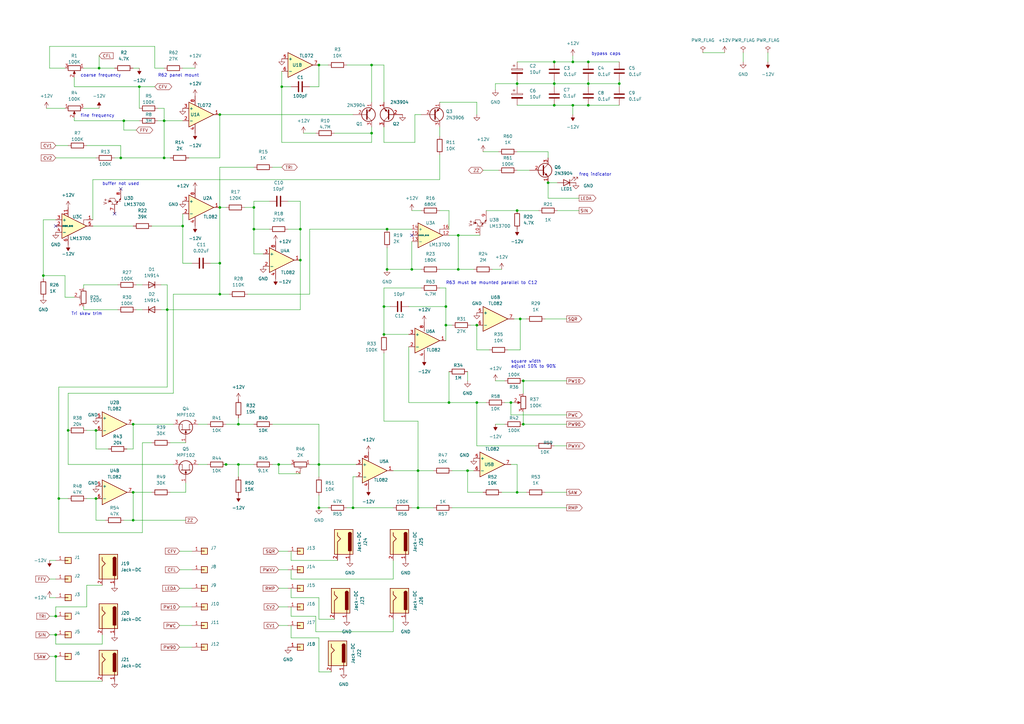
<source format=kicad_sch>
(kicad_sch (version 20211123) (generator eeschema)
  (paper "A3")
  (junction (at 92.71 190.5))
  (junction (at 187.96 110.49))
  (junction (at 50.8 49.53))
  (junction (at 214.63 156.21))
  (junction (at 17.78 113.03))
  (junction (at 227.33 43.18))
  (junction (at 97.79 190.5))
  (junction (at 90.17 120.65))
  (junction (at 234.95 25.4))
  (junction (at 182.88 125.73))
  (junction (at 104.14 85.09))
  (junction (at 57.15 35.56))
  (junction (at 171.45 193.04))
  (junction (at 227.33 34.29))
  (junction (at 90.17 85.09))
  (junction (at 40.64 27.94))
  (junction (at 67.31 49.53))
  (junction (at 68.58 127))
  (junction (at 213.36 130.81))
  (junction (at 39.37 176.53))
  (junction (at 104.14 93.98))
  (junction (at 195.58 133.35))
  (junction (at 22.86 260.35))
  (junction (at 22.86 252.73))
  (junction (at 187.96 96.52))
  (junction (at 168.91 110.49))
  (junction (at 130.81 208.28))
  (junction (at 158.75 93.98))
  (junction (at 144.78 208.28))
  (junction (at 158.75 110.49))
  (junction (at 191.77 193.04))
  (junction (at 254 34.29))
  (junction (at 54.61 201.93))
  (junction (at 214.63 173.99))
  (junction (at 90.17 46.99))
  (junction (at 152.4 26.67))
  (junction (at 22.86 269.24))
  (junction (at 195.58 165.1))
  (junction (at 157.48 137.16))
  (junction (at 157.48 125.73))
  (junction (at 227.33 25.4))
  (junction (at 184.15 165.1))
  (junction (at 182.88 133.35))
  (junction (at 241.3 43.18))
  (junction (at 27.94 176.53))
  (junction (at 130.81 190.5))
  (junction (at 209.55 165.1))
  (junction (at 212.09 201.93))
  (junction (at 130.81 26.67))
  (junction (at 74.93 92.71))
  (junction (at 212.09 86.36))
  (junction (at 97.79 173.99))
  (junction (at 123.19 106.68))
  (junction (at 115.57 35.56))
  (junction (at 24.13 204.47))
  (junction (at 67.31 64.77))
  (junction (at 54.61 173.99))
  (junction (at 241.3 25.4))
  (junction (at 241.3 34.29))
  (junction (at 212.09 34.29))
  (junction (at 171.45 208.28))
  (junction (at 39.37 204.47))
  (junction (at 224.79 74.93))
  (junction (at 152.4 54.61))
  (junction (at 49.53 64.77))
  (junction (at 90.17 107.95))
  (junction (at 234.95 43.18))
  (junction (at 114.3 190.5))
  (junction (at 123.19 93.98))
  (junction (at 54.61 213.36))
  (no_connect (at 168.91 96.52))
  (no_connect (at 46.99 87.63))
  (no_connect (at 49.53 77.47))
  (no_connect (at 22.86 92.71))
  (wire (pts (xy 142.24 26.67) (xy 152.4 26.67)))
  (wire (pts (xy 35.56 240.03) (xy 41.91 240.03)))
  (wire (pts (xy 195.58 165.1) (xy 195.58 182.88)))
  (wire (pts (xy 224.79 74.93) (xy 228.6 74.93)))
  (wire (pts (xy 17.78 114.3) (xy 17.78 113.03)))
  (wire (pts (xy 30.48 48.26) (xy 30.48 49.53)))
  (wire (pts (xy 180.34 86.36) (xy 184.15 86.36)))
  (wire (pts (xy 227.33 25.4) (xy 234.95 25.4)))
  (wire (pts (xy 90.17 85.09) (xy 90.17 107.95)))
  (wire (pts (xy 39.37 184.15) (xy 44.45 184.15)))
  (wire (pts (xy 191.77 156.21) (xy 191.77 152.4)))
  (wire (pts (xy 20.32 229.87) (xy 22.86 229.87)))
  (wire (pts (xy 115.57 35.56) (xy 115.57 58.42)))
  (wire (pts (xy 49.53 64.77) (xy 67.31 64.77)))
  (wire (pts (xy 24.13 204.47) (xy 24.13 158.75)))
  (wire (pts (xy 234.95 43.18) (xy 241.3 43.18)))
  (wire (pts (xy 152.4 26.67) (xy 157.48 26.67)))
  (wire (pts (xy 195.58 182.88) (xy 219.71 182.88)))
  (wire (pts (xy 27.94 190.5) (xy 27.94 176.53)))
  (wire (pts (xy 97.79 173.99) (xy 104.14 173.99)))
  (wire (pts (xy 152.4 52.07) (xy 152.4 54.61)))
  (wire (pts (xy 26.67 27.94) (xy 20.32 27.94)))
  (wire (pts (xy 104.14 93.98) (xy 104.14 85.09)))
  (wire (pts (xy 119.38 261.62) (xy 130.81 261.62)))
  (wire (pts (xy 114.3 241.3) (xy 118.11 241.3)))
  (wire (pts (xy 171.45 208.28) (xy 177.8 208.28)))
  (wire (pts (xy 118.11 93.98) (xy 123.19 93.98)))
  (wire (pts (xy 17.78 113.03) (xy 26.67 113.03)))
  (wire (pts (xy 224.79 81.28) (xy 237.49 81.28)))
  (wire (pts (xy 170.18 58.42) (xy 170.18 46.99)))
  (wire (pts (xy 17.78 113.03) (xy 17.78 90.17)))
  (wire (pts (xy 119.38 237.49) (xy 161.29 237.49)))
  (wire (pts (xy 184.15 165.1) (xy 195.58 165.1)))
  (wire (pts (xy 46.99 64.77) (xy 49.53 64.77)))
  (wire (pts (xy 209.55 165.1) (xy 209.55 170.18)))
  (wire (pts (xy 114.3 248.92) (xy 118.11 248.92)))
  (wire (pts (xy 171.45 208.28) (xy 171.45 193.04)))
  (wire (pts (xy 68.58 158.75) (xy 68.58 127)))
  (wire (pts (xy 168.91 110.49) (xy 158.75 110.49)))
  (wire (pts (xy 234.95 25.4) (xy 241.3 25.4)))
  (wire (pts (xy 22.86 260.35) (xy 22.86 264.16)))
  (wire (pts (xy 55.88 53.34) (xy 50.8 53.34)))
  (wire (pts (xy 288.29 21.59) (xy 297.18 21.59)))
  (wire (pts (xy 203.2 36.83) (xy 203.2 34.29)))
  (wire (pts (xy 38.1 90.17) (xy 38.1 73.66)))
  (wire (pts (xy 130.81 195.58) (xy 130.81 190.5)))
  (wire (pts (xy 50.8 53.34) (xy 50.8 49.53)))
  (wire (pts (xy 185.42 208.28) (xy 232.41 208.28)))
  (wire (pts (xy 26.67 121.92) (xy 30.48 121.92)))
  (wire (pts (xy 157.48 137.16) (xy 157.48 125.73)))
  (wire (pts (xy 130.81 261.62) (xy 130.81 275.59)))
  (wire (pts (xy 54.61 27.94) (xy 57.15 27.94)))
  (wire (pts (xy 185.42 193.04) (xy 191.77 193.04)))
  (wire (pts (xy 73.66 265.43) (xy 78.74 265.43)))
  (wire (pts (xy 182.88 133.35) (xy 185.42 133.35)))
  (wire (pts (xy 130.81 203.2) (xy 130.81 208.28)))
  (wire (pts (xy 130.81 245.11) (xy 130.81 254)))
  (wire (pts (xy 208.28 143.51) (xy 213.36 143.51)))
  (wire (pts (xy 187.96 110.49) (xy 194.31 110.49)))
  (wire (pts (xy 104.14 85.09) (xy 104.14 82.55)))
  (wire (pts (xy 90.17 85.09) (xy 90.17 68.58)))
  (wire (pts (xy 91.44 190.5) (xy 92.71 190.5)))
  (wire (pts (xy 20.32 260.35) (xy 22.86 260.35)))
  (wire (pts (xy 129.54 252.73) (xy 129.54 259.08)))
  (wire (pts (xy 41.91 264.16) (xy 41.91 260.35)))
  (wire (pts (xy 19.05 44.45) (xy 26.67 44.45)))
  (wire (pts (xy 191.77 193.04) (xy 191.77 201.93)))
  (wire (pts (xy 168.91 110.49) (xy 172.72 110.49)))
  (wire (pts (xy 167.64 125.73) (xy 182.88 125.73)))
  (wire (pts (xy 62.23 181.61) (xy 58.42 181.61)))
  (wire (pts (xy 304.8 21.59) (xy 304.8 25.4)))
  (wire (pts (xy 115.57 29.21) (xy 115.57 35.56)))
  (wire (pts (xy 34.29 116.84) (xy 48.26 116.84)))
  (wire (pts (xy 234.95 22.86) (xy 234.95 25.4)))
  (wire (pts (xy 114.3 190.5) (xy 114.3 194.31)))
  (wire (pts (xy 171.45 193.04) (xy 171.45 172.72)))
  (wire (pts (xy 35.56 204.47) (xy 39.37 204.47)))
  (wire (pts (xy 212.09 201.93) (xy 212.09 190.5)))
  (wire (pts (xy 54.61 201.93) (xy 62.23 201.93)))
  (wire (pts (xy 130.81 35.56) (xy 127 35.56)))
  (wire (pts (xy 81.28 190.5) (xy 85.09 190.5)))
  (wire (pts (xy 74.93 27.94) (xy 80.01 27.94)))
  (wire (pts (xy 212.09 34.29) (xy 212.09 35.56)))
  (wire (pts (xy 212.09 201.93) (xy 215.9 201.93)))
  (wire (pts (xy 90.17 107.95) (xy 90.17 120.65)))
  (wire (pts (xy 35.56 59.69) (xy 49.53 59.69)))
  (wire (pts (xy 90.17 68.58) (xy 104.14 68.58)))
  (wire (pts (xy 67.31 49.53) (xy 74.93 49.53)))
  (wire (pts (xy 171.45 193.04) (xy 161.29 193.04)))
  (wire (pts (xy 54.61 213.36) (xy 50.8 213.36)))
  (wire (pts (xy 50.8 49.53) (xy 57.15 49.53)))
  (wire (pts (xy 111.76 190.5) (xy 114.3 190.5)))
  (wire (pts (xy 212.09 69.85) (xy 217.17 69.85)))
  (wire (pts (xy 67.31 64.77) (xy 69.85 64.77)))
  (wire (pts (xy 130.81 173.99) (xy 111.76 173.99)))
  (wire (pts (xy 180.34 118.11) (xy 182.88 118.11)))
  (wire (pts (xy 199.39 86.36) (xy 212.09 86.36)))
  (wire (pts (xy 74.93 107.95) (xy 78.74 107.95)))
  (wire (pts (xy 30.48 49.53) (xy 50.8 49.53)))
  (wire (pts (xy 254 33.02) (xy 254 34.29)))
  (wire (pts (xy 55.88 127) (xy 58.42 127)))
  (wire (pts (xy 193.04 133.35) (xy 195.58 133.35)))
  (wire (pts (xy 39.37 213.36) (xy 43.18 213.36)))
  (wire (pts (xy 127 93.98) (xy 158.75 93.98)))
  (wire (pts (xy 184.15 152.4) (xy 184.15 165.1)))
  (wire (pts (xy 152.4 26.67) (xy 152.4 41.91)))
  (wire (pts (xy 22.86 252.73) (xy 22.86 248.92)))
  (wire (pts (xy 90.17 85.09) (xy 92.71 85.09)))
  (wire (pts (xy 119.38 252.73) (xy 129.54 252.73)))
  (wire (pts (xy 34.29 44.45) (xy 40.64 44.45)))
  (wire (pts (xy 22.86 64.77) (xy 39.37 64.77)))
  (wire (pts (xy 127 120.65) (xy 127 93.98)))
  (wire (pts (xy 67.31 49.53) (xy 67.31 64.77)))
  (wire (pts (xy 62.23 92.71) (xy 74.93 92.71)))
  (wire (pts (xy 205.74 201.93) (xy 212.09 201.93)))
  (wire (pts (xy 100.33 85.09) (xy 104.14 85.09)))
  (wire (pts (xy 187.96 110.49) (xy 180.34 110.49)))
  (wire (pts (xy 123.19 93.98) (xy 123.19 106.68)))
  (wire (pts (xy 130.81 190.5) (xy 130.81 173.99)))
  (wire (pts (xy 35.56 176.53) (xy 39.37 176.53)))
  (wire (pts (xy 203.2 156.21) (xy 207.01 156.21)))
  (wire (pts (xy 195.58 133.35) (xy 195.58 143.51)))
  (wire (pts (xy 314.96 21.59) (xy 314.96 25.4)))
  (wire (pts (xy 158.75 93.98) (xy 168.91 93.98)))
  (wire (pts (xy 74.93 87.63) (xy 74.93 92.71)))
  (wire (pts (xy 123.19 82.55) (xy 123.19 93.98)))
  (wire (pts (xy 212.09 190.5) (xy 209.55 190.5)))
  (wire (pts (xy 17.78 90.17) (xy 22.86 90.17)))
  (wire (pts (xy 212.09 33.02) (xy 212.09 34.29)))
  (wire (pts (xy 214.63 173.99) (xy 232.41 173.99)))
  (wire (pts (xy 241.3 25.4) (xy 254 25.4)))
  (wire (pts (xy 20.32 27.94) (xy 20.32 19.05)))
  (wire (pts (xy 209.55 165.1) (xy 210.82 165.1)))
  (wire (pts (xy 144.78 208.28) (xy 142.24 208.28)))
  (wire (pts (xy 34.29 125.73) (xy 34.29 127)))
  (wire (pts (xy 130.81 26.67) (xy 130.81 35.56)))
  (wire (pts (xy 241.3 43.18) (xy 254 43.18)))
  (wire (pts (xy 55.88 116.84) (xy 58.42 116.84)))
  (wire (pts (xy 157.48 26.67) (xy 157.48 41.91)))
  (wire (pts (xy 180.34 52.07) (xy 180.34 55.88)))
  (wire (pts (xy 157.48 118.11) (xy 172.72 118.11)))
  (wire (pts (xy 254 34.29) (xy 254 35.56)))
  (wire (pts (xy 57.15 35.56) (xy 57.15 44.45)))
  (wire (pts (xy 81.28 173.99) (xy 85.09 173.99)))
  (wire (pts (xy 227.33 43.18) (xy 234.95 43.18)))
  (wire (pts (xy 39.37 204.47) (xy 39.37 213.36)))
  (wire (pts (xy 22.86 248.92) (xy 35.56 248.92)))
  (wire (pts (xy 22.86 269.24) (xy 22.86 279.4)))
  (wire (pts (xy 20.32 269.24) (xy 22.86 269.24)))
  (wire (pts (xy 118.11 82.55) (xy 123.19 82.55)))
  (wire (pts (xy 191.77 193.04) (xy 194.31 193.04)))
  (wire (pts (xy 73.66 241.3) (xy 78.74 241.3)))
  (wire (pts (xy 223.52 201.93) (xy 232.41 201.93)))
  (wire (pts (xy 54.61 173.99) (xy 71.12 173.99)))
  (wire (pts (xy 58.42 218.44) (xy 24.13 218.44)))
  (wire (pts (xy 64.77 44.45) (xy 67.31 44.45)))
  (wire (pts (xy 127 190.5) (xy 130.81 190.5)))
  (wire (pts (xy 54.61 213.36) (xy 76.2 213.36)))
  (wire (pts (xy 20.32 237.49) (xy 22.86 237.49)))
  (wire (pts (xy 182.88 125.73) (xy 182.88 133.35)))
  (wire (pts (xy 227.33 182.88) (xy 232.41 182.88)))
  (wire (pts (xy 58.42 181.61) (xy 58.42 218.44)))
  (wire (pts (xy 144.78 195.58) (xy 144.78 208.28)))
  (wire (pts (xy 30.48 35.56) (xy 57.15 35.56)))
  (wire (pts (xy 171.45 172.72) (xy 157.48 172.72)))
  (wire (pts (xy 157.48 58.42) (xy 170.18 58.42)))
  (wire (pts (xy 73.66 233.68) (xy 78.74 233.68)))
  (wire (pts (xy 71.12 120.65) (xy 71.12 161.29)))
  (wire (pts (xy 22.86 59.69) (xy 27.94 59.69)))
  (wire (pts (xy 34.29 27.94) (xy 40.64 27.94)))
  (wire (pts (xy 228.6 86.36) (xy 237.49 86.36)))
  (wire (pts (xy 119.38 233.68) (xy 119.38 237.49)))
  (wire (pts (xy 40.64 22.86) (xy 40.64 27.94)))
  (wire (pts (xy 38.1 92.71) (xy 54.61 92.71)))
  (wire (pts (xy 203.2 173.99) (xy 207.01 173.99)))
  (wire (pts (xy 119.38 248.92) (xy 119.38 252.73)))
  (wire (pts (xy 63.5 19.05) (xy 63.5 27.94)))
  (wire (pts (xy 168.91 208.28) (xy 171.45 208.28)))
  (wire (pts (xy 144.78 208.28) (xy 161.29 208.28)))
  (wire (pts (xy 184.15 86.36) (xy 184.15 93.98)))
  (wire (pts (xy 111.76 68.58) (xy 115.57 68.58)))
  (wire (pts (xy 212.09 62.23) (xy 224.79 62.23)))
  (wire (pts (xy 68.58 116.84) (xy 66.04 116.84)))
  (wire (pts (xy 115.57 35.56) (xy 119.38 35.56)))
  (wire (pts (xy 195.58 46.99) (xy 195.58 41.91)))
  (wire (pts (xy 227.33 34.29) (xy 227.33 35.56)))
  (wire (pts (xy 130.81 190.5) (xy 146.05 190.5)))
  (wire (pts (xy 86.36 107.95) (xy 90.17 107.95)))
  (wire (pts (xy 123.19 194.31) (xy 114.3 194.31)))
  (wire (pts (xy 35.56 248.92) (xy 35.56 240.03)))
  (wire (pts (xy 54.61 184.15) (xy 52.07 184.15)))
  (wire (pts (xy 90.17 120.65) (xy 71.12 120.65)))
  (wire (pts (xy 187.96 96.52) (xy 196.85 96.52)))
  (wire (pts (xy 90.17 120.65) (xy 93.98 120.65)))
  (wire (pts (xy 201.93 110.49) (xy 205.74 110.49)))
  (wire (pts (xy 214.63 156.21) (xy 232.41 156.21)))
  (wire (pts (xy 107.95 104.14) (xy 104.14 104.14)))
  (wire (pts (xy 104.14 104.14) (xy 104.14 93.98)))
  (wire (pts (xy 130.81 26.67) (xy 134.62 26.67)))
  (wire (pts (xy 241.3 34.29) (xy 241.3 35.56)))
  (wire (pts (xy 92.71 190.5) (xy 97.79 190.5)))
  (wire (pts (xy 119.38 229.87) (xy 138.43 229.87)))
  (wire (pts (xy 97.79 171.45) (xy 97.79 173.99)))
  (wire (pts (xy 54.61 201.93) (xy 54.61 213.36)))
  (wire (pts (xy 90.17 46.99) (xy 144.78 46.99)))
  (wire (pts (xy 69.85 181.61) (xy 76.2 181.61)))
  (wire (pts (xy 27.94 161.29) (xy 27.94 176.53)))
  (wire (pts (xy 241.3 33.02) (xy 241.3 34.29)))
  (wire (pts (xy 76.2 201.93) (xy 76.2 198.12)))
  (wire (pts (xy 68.58 127) (xy 68.58 116.84)))
  (wire (pts (xy 119.38 226.06) (xy 119.38 229.87)))
  (wire (pts (xy 22.86 264.16) (xy 41.91 264.16)))
  (wire (pts (xy 182.88 133.35) (xy 182.88 139.7)))
  (wire (pts (xy 161.29 237.49) (xy 161.29 229.87)))
  (wire (pts (xy 212.09 86.36) (xy 220.98 86.36)))
  (wire (pts (xy 223.52 130.81) (xy 232.41 130.81)))
  (wire (pts (xy 195.58 143.51) (xy 200.66 143.51)))
  (wire (pts (xy 73.66 248.92) (xy 78.74 248.92)))
  (wire (pts (xy 26.67 113.03) (xy 26.67 121.92)))
  (wire (pts (xy 157.48 125.73) (xy 160.02 125.73)))
  (wire (pts (xy 20.32 252.73) (xy 22.86 252.73)))
  (wire (pts (xy 146.05 195.58) (xy 144.78 195.58)))
  (wire (pts (xy 212.09 43.18) (xy 227.33 43.18)))
  (wire (pts (xy 104.14 82.55) (xy 110.49 82.55)))
  (wire (pts (xy 152.4 54.61) (xy 152.4 58.42)))
  (wire (pts (xy 123.19 127) (xy 123.19 106.68)))
  (wire (pts (xy 198.12 69.85) (xy 204.47 69.85)))
  (wire (pts (xy 161.29 259.08) (xy 161.29 254)))
  (wire (pts (xy 38.1 73.66) (xy 180.34 73.66)))
  (wire (pts (xy 24.13 158.75) (xy 68.58 158.75)))
  (wire (pts (xy 214.63 161.29) (xy 214.63 156.21)))
  (wire (pts (xy 157.48 52.07) (xy 157.48 58.42)))
  (wire (pts (xy 152.4 54.61) (xy 137.16 54.61)))
  (wire (pts (xy 152.4 58.42) (xy 115.57 58.42)))
  (wire (pts (xy 114.3 256.54) (xy 118.11 256.54)))
  (wire (pts (xy 195.58 165.1) (xy 199.39 165.1)))
  (wire (pts (xy 64.77 49.53) (xy 67.31 49.53)))
  (wire (pts (xy 130.81 275.59) (xy 135.89 275.59)))
  (wire (pts (xy 27.94 204.47) (xy 24.13 204.47)))
  (wire (pts (xy 77.47 64.77) (xy 90.17 64.77)))
  (wire (pts (xy 198.12 62.23) (xy 204.47 62.23)))
  (wire (pts (xy 224.79 62.23) (xy 224.79 64.77)))
  (wire (pts (xy 92.71 173.99) (xy 97.79 173.99)))
  (wire (pts (xy 198.12 201.93) (xy 191.77 201.93)))
  (wire (pts (xy 212.09 34.29) (xy 227.33 34.29)))
  (wire (pts (xy 114.3 190.5) (xy 119.38 190.5)))
  (wire (pts (xy 54.61 173.99) (xy 54.61 184.15)))
  (wire (pts (xy 63.5 27.94) (xy 67.31 27.94)))
  (wire (pts (xy 27.94 190.5) (xy 71.12 190.5)))
  (wire (pts (xy 157.48 137.16) (xy 167.64 137.16)))
  (wire (pts (xy 184.15 96.52) (xy 187.96 96.52)))
  (wire (pts (xy 158.75 101.6) (xy 158.75 110.49)))
  (wire (pts (xy 34.29 127) (xy 48.26 127)))
  (wire (pts (xy 180.34 41.91) (xy 195.58 41.91)))
  (wire (pts (xy 224.79 74.93) (xy 224.79 81.28)))
  (wire (pts (xy 67.31 44.45) (xy 67.31 49.53)))
  (wire (pts (xy 90.17 64.77) (xy 90.17 46.99)))
  (wire (pts (xy 30.48 31.75) (xy 30.48 35.56)))
  (wire (pts (xy 66.04 127) (xy 68.58 127)))
  (wire (pts (xy 207.01 165.1) (xy 209.55 165.1)))
  (wire (pts (xy 210.82 130.81) (xy 213.36 130.81)))
  (wire (pts (xy 69.85 201.93) (xy 76.2 201.93)))
  (wire (pts (xy 73.66 226.06) (xy 78.74 226.06)))
  (wire (pts (xy 104.14 93.98) (xy 110.49 93.98)))
  (wire (pts (xy 49.53 59.69) (xy 49.53 64.77)))
  (wire (pts (xy 234.95 43.18) (xy 234.95 46.99)))
  (wire (pts (xy 68.58 127) (xy 123.19 127)))
  (wire (pts (xy 34.29 118.11) (xy 34.29 116.84)))
  (wire (pts (xy 212.09 25.4) (xy 227.33 25.4)))
  (wire (pts (xy 97.79 190.5) (xy 97.79 195.58)))
  (wire (pts (xy 171.45 193.04) (xy 177.8 193.04)))
  (wire (pts (xy 73.66 256.54) (xy 78.74 256.54)))
  (wire (pts (xy 214.63 168.91) (xy 214.63 173.99)))
  (wire (pts (xy 130.81 208.28) (xy 134.62 208.28)))
  (wire (pts (xy 39.37 176.53) (xy 39.37 184.15)))
  (wire (pts (xy 213.36 130.81) (xy 215.9 130.81)))
  (wire (pts (xy 232.41 170.18) (xy 209.55 170.18)))
  (wire (pts (xy 114.3 226.06) (xy 118.11 226.06)))
  (wire (pts (xy 213.36 143.51) (xy 213.36 130.81)))
  (wire (pts (xy 20.32 19.05) (xy 63.5 19.05)))
  (wire (pts (xy 180.34 73.66) (xy 180.34 63.5)))
  (wire (pts (xy 119.38 256.54) (xy 119.38 261.62)))
  (wire (pts (xy 119.38 241.3) (xy 119.38 245.11)))
  (wire (pts (xy 97.79 190.5) (xy 104.14 190.5)))
  (wire (pts (xy 40.64 27.94) (xy 46.99 27.94)))
  (wire (pts (xy 129.54 259.08) (xy 161.29 259.08)))
  (wire (pts (xy 182.88 118.11) (xy 182.88 125.73)))
  (wire (pts (xy 241.3 34.29) (xy 254 34.29)))
  (wire (pts (xy 168.91 86.36) (xy 172.72 86.36)))
  (wire (pts (xy 167.64 165.1) (xy 184.15 165.1)))
  (wire (pts (xy 71.12 161.29) (xy 27.94 161.29)))
  (wire (pts (xy 227.33 34.29) (xy 241.3 34.29)))
  (wire (pts (xy 187.96 96.52) (xy 187.96 110.49)))
  (wire (pts (xy 157.48 144.78) (xy 157.48 172.72)))
  (wire (pts (xy 74.93 92.71) (xy 74.93 107.95)))
  (wire (pts (xy 124.46 54.61) (xy 129.54 54.61)))
  (wire (pts (xy 20.32 245.11) (xy 22.86 245.11)))
  (wire (pts (xy 22.86 279.4) (xy 41.91 279.4)))
  (wire (pts (xy 130.81 254) (xy 137.16 254)))
  (wire (pts (xy 101.6 120.65) (xy 127 120.65)))
  (wire (pts (xy 203.2 34.29) (xy 212.09 34.29)))
  (wire (pts (xy 24.13 218.44) (xy 24.13 204.47)))
  (wire (pts (xy 167.64 142.24) (xy 167.64 165.1)))
  (wire (pts (xy 119.38 245.11) (xy 130.81 245.11)))
  (wire (pts (xy 57.15 35.56) (xy 63.5 35.56)))
  (wire (pts (xy 227.33 33.02) (xy 227.33 34.29)))
  (wire (pts (xy 157.48 125.73) (xy 157.48 118.11)))
  (wire (pts (xy 170.18 46.99) (xy 172.72 46.99)))
  (wire (pts (xy 168.91 99.06) (xy 168.91 110.49)))
  (wire (pts (xy 114.3 233.68) (xy 118.11 233.68)))
  (text "Tri skew trim" (at 29.21 129.54 0) (effects (font (size 1.27 1.27)) (justify left bottom)))
  (text "buffer not used" (at 41.91 76.2 0) (effects (font (size 1.27 1.27)) (justify left bottom)))
  (text "fine frequency" (at 33.02 48.26 0) (effects (font (size 1.27 1.27)) (justify left bottom)))
  (text "R62 panel mount" (at 64.77 31.75 0) (effects (font (size 1.27 1.27)) (justify left bottom)))
  (text "square width \nadjust 10% to 90%" (at 209.55 151.13 0) (effects (font (size 1.27 1.27)) (justify left bottom)))
  (text "R63 must be mounted parallel to C12" (at 182.88 116.84 0) (effects (font (size 1.27 1.27)) (justify left bottom)))
  (text "bypass caps" (at 242.57 22.86 0) (effects (font (size 1.27 1.27)) (justify left bottom)))
  (text "coarse frequency" (at 33.02 31.75 0) (effects (font (size 1.27 1.27)) (justify left bottom)))
  (text "freq indicator" (at 237.49 72.39 0) (effects (font (size 1.27 1.27)) (justify left bottom)))
  (global_label "CFV" (shape bidirectional) (at 63.5 35.56 0) (property "Intersheet References" "${INTERSHEET_REFS}" (effects hide)))
  (global_label "CV2" (shape input) (at 114.3 248.92 180) (property "Intersheet References" "${INTERSHEET_REFS}" (effects hide)))
  (global_label "SIN" (shape output) (at 237.49 86.36 0) (property "Intersheet References" "${INTERSHEET_REFS}" (effects hide)))
  (global_label "SIN" (shape input) (at 20.32 260.35 180) (property "Intersheet References" "${INTERSHEET_REFS}" (effects hide)))
  (global_label "PWC" (shape input) (at 73.66 256.54 180) (property "Intersheet References" "${INTERSHEET_REFS}" (effects hide)))
  (global_label "LEDA" (shape output) (at 237.49 81.28 0) (property "Intersheet References" "${INTERSHEET_REFS}" (effects hide)))
  (global_label "FFV" (shape bidirectional) (at 55.88 53.34 0) (property "Intersheet References" "${INTERSHEET_REFS}" (effects hide)))
  (global_label "CFV" (shape input) (at 73.66 226.06 180) (property "Intersheet References" "${INTERSHEET_REFS}" (effects hide)))
  (global_label "SAW" (shape input) (at 20.32 269.24 180) (property "Intersheet References" "${INTERSHEET_REFS}" (effects hide)))
  (global_label "RMP" (shape input) (at 114.3 241.3 180) (property "Intersheet References" "${INTERSHEET_REFS}" (effects hide)))
  (global_label "PW10" (shape output) (at 232.41 156.21 0) (property "Intersheet References" "${INTERSHEET_REFS}" (effects hide)))
  (global_label "TRI" (shape input) (at 20.32 252.73 180) (property "Intersheet References" "${INTERSHEET_REFS}" (effects hide)))
  (global_label "PWC" (shape output) (at 232.41 170.18 0) (property "Intersheet References" "${INTERSHEET_REFS}" (effects hide)))
  (global_label "CFL" (shape input) (at 40.64 22.86 0) (property "Intersheet References" "${INTERSHEET_REFS}" (effects hide)))
  (global_label "CV1" (shape input) (at 114.3 256.54 180) (property "Intersheet References" "${INTERSHEET_REFS}" (effects hide)))
  (global_label "ZZ" (shape bidirectional) (at 198.12 69.85 180) (property "Intersheet References" "${INTERSHEET_REFS}" (effects hide)))
  (global_label "CV2" (shape input) (at 22.86 64.77 180) (property "Intersheet References" "${INTERSHEET_REFS}" (effects hide)))
  (global_label "RMP" (shape output) (at 232.41 208.28 0) (property "Intersheet References" "${INTERSHEET_REFS}" (effects hide)))
  (global_label "PW90" (shape input) (at 73.66 265.43 180) (property "Intersheet References" "${INTERSHEET_REFS}" (effects hide)))
  (global_label "PW10" (shape input) (at 73.66 248.92 180) (property "Intersheet References" "${INTERSHEET_REFS}" (effects hide)))
  (global_label "SQR" (shape input) (at 114.3 226.06 180) (property "Intersheet References" "${INTERSHEET_REFS}" (effects hide)))
  (global_label "SQR" (shape output) (at 232.41 130.81 0) (property "Intersheet References" "${INTERSHEET_REFS}" (effects hide)))
  (global_label "LEDA" (shape input) (at 73.66 241.3 180) (property "Intersheet References" "${INTERSHEET_REFS}" (effects hide)))
  (global_label "PW90" (shape output) (at 232.41 173.99 0) (property "Intersheet References" "${INTERSHEET_REFS}" (effects hide)))
  (global_label "CV1" (shape input) (at 22.86 59.69 180) (property "Intersheet References" "${INTERSHEET_REFS}" (effects hide)))
  (global_label "FFV" (shape input) (at 20.32 237.49 180) (property "Intersheet References" "${INTERSHEET_REFS}" (effects hide)))
  (global_label "SAW" (shape output) (at 232.41 201.93 0) (property "Intersheet References" "${INTERSHEET_REFS}" (effects hide)))
  (global_label "TRI" (shape bidirectional) (at 115.57 68.58 0) (property "Intersheet References" "${INTERSHEET_REFS}" (effects hide)))
  (global_label "ZZ" (shape output) (at 76.2 213.36 0) (property "Intersheet References" "${INTERSHEET_REFS}" (effects hide)))
  (global_label "PWXV" (shape input) (at 114.3 233.68 180) (property "Intersheet References" "${INTERSHEET_REFS}" (effects hide)))
  (global_label "PWXV" (shape output) (at 232.41 182.88 0) (property "Intersheet References" "${INTERSHEET_REFS}" (effects hide)))
  (global_label "CFL" (shape input) (at 73.66 233.68 180) (property "Intersheet References" "${INTERSHEET_REFS}" (effects hide)))
  (symbol (lib_id "Device:R") (at 52.07 116.84 90) (unit 1)
    (property "Reference" "R27" (at 52.07 111.76 90))
    (property "Value" "100K" (at 52.07 114.3 90))
  )
  (symbol (lib_id "Device:C") (at 241.3 39.37 180) (unit 1)
    (property "Reference" "C8" (at 245.11 38.0999 0) (effects (justify right)))
    (property "Value" "0.1uF" (at 245.11 40.6399 0) (effects (justify right)))
  )
  (symbol (lib_id "Amplifier_Operational:LM13700") (at 176.53 96.52 0) (mirror x) (unit 1)
    (property "Reference" "U3" (at 176.53 91.44 0))
    (property "Value" "LM13700" (at 180.34 100.33 0))
    (property "Datasheet" "http://www.ti.com/lit/ds/symlink/lm13700.pdf" (effects hide))
  )
  (symbol (lib_id "Amplifier_Operational:TL082") (at 46.99 173.99 0) (unit 2)
    (property "Reference" "U2" (at 46.99 165.1 0))
    (property "Value" "TL082" (at 46.99 167.64 0))
    (property "Datasheet" "http://www.ti.com/lit/ds/symlink/tl081.pdf" (effects hide))
  )
  (symbol (lib_id "Connector:Jack-DC") (at 139.7 246.38 270) (unit 1)
    (property "Reference" "J23" (at 148.59 246.38 0))
    (property "Value" "Jack-DC" (at 146.05 246.38 0))
  )
  (symbol (lib_id "power:-12V") (at 234.95 46.99 180) (unit 1)
    (property "Reference" "#PWR0117" (effects hide))
    (property "Value" "-12V" (at 234.95 52.07 0))
  )
  (symbol (lib_id "Device:R") (at 158.75 97.79 180) (unit 1)
    (property "Reference" "R19" (at 161.29 96.5199 0) (effects (justify right)))
    (property "Value" "2K" (at 161.29 99.0599 0) (effects (justify right)))
  )
  (symbol (lib_id "power:-12V") (at 97.79 203.2 0) (mirror x) (unit 1)
    (property "Reference" "#PWR0128" (effects hide))
    (property "Value" "-12V" (at 97.79 208.28 0))
  )
  (symbol (lib_id "Device:R") (at 138.43 208.28 90) (unit 1)
    (property "Reference" "R55" (at 138.43 210.82 90))
    (property "Value" "47K" (at 138.43 205.74 90))
  )
  (symbol (lib_id "power:GND") (at 118.11 265.43 0) (unit 1)
    (property "Reference" "#PWR03" (effects hide))
    (property "Value" "GND" (at 118.11 270.51 0))
  )
  (symbol (lib_id "power:GND") (at 143.51 229.87 0) (unit 1)
    (property "Reference" "#PWR09" (effects hide))
    (property "Value" "GND" (at 143.51 234.95 0))
  )
  (symbol (lib_id "Device:R") (at 223.52 182.88 90) (unit 1)
    (property "Reference" "R59" (at 224.79 181.61 90))
    (property "Value" "10K" (at 223.52 185.42 90))
  )
  (symbol (lib_id "Device:R") (at 198.12 110.49 270) (unit 1)
    (property "Reference" "R24" (at 198.12 104.14 90))
    (property "Value" "2M" (at 198.12 106.68 90))
  )
  (symbol (lib_id "power:+12V") (at 97.79 163.83 0) (unit 1)
    (property "Reference" "#PWR0139" (effects hide))
    (property "Value" "+12V" (at 97.79 158.75 0))
  )
  (symbol (lib_id "Device:R") (at 43.18 64.77 90) (unit 1)
    (property "Reference" "R13" (at 43.18 62.23 90))
    (property "Value" "100K" (at 43.18 67.31 90))
  )
  (symbol (lib_id "power:-12V") (at 212.09 93.98 0) (mirror x) (unit 1)
    (property "Reference" "#PWR0143" (effects hide))
    (property "Value" "-12V" (at 212.09 99.06 0))
  )
  (symbol (lib_id "Device:R") (at 107.95 173.99 90) (unit 1)
    (property "Reference" "R40" (at 107.95 171.45 90))
    (property "Value" "10K" (at 107.95 176.53 90))
  )
  (symbol (lib_id "Device:C") (at 114.3 82.55 90) (unit 1)
    (property "Reference" "C10" (at 114.3 74.93 90))
    (property "Value" "10pF" (at 114.3 77.47 90))
  )
  (symbol (lib_id "power:GND") (at 194.31 187.96 0) (unit 1)
    (property "Reference" "#PWR0129" (effects hide))
    (property "Value" "GND" (at 190.5 186.69 0))
  )
  (symbol (lib_id "Connector:Jack-DC") (at 138.43 267.97 270) (unit 1)
    (property "Reference" "J22" (at 147.32 267.97 0))
    (property "Value" "Jack-DC" (at 144.78 267.97 0))
  )
  (symbol (lib_id "Connector_Generic:Conn_01x01") (at 83.82 233.68 0) (unit 1) (in_bom no)
    (property "Reference" "J8" (at 86.36 232.4099 0) (effects (justify left)))
    (property "Value" "Conn_01x01" (effects hide))
  )
  (symbol (lib_id "power:GND") (at 195.58 46.99 0) (unit 1)
    (property "Reference" "#PWR0118" (effects hide))
    (property "Value" "GND" (effects hide))
  )
  (symbol (lib_id "Connector_Generic:Conn_01x01") (at 83.82 226.06 0) (unit 1) (in_bom no)
    (property "Reference" "J7" (at 86.36 224.7899 0) (effects (justify left)))
    (property "Value" "Conn_01x01" (effects hide))
  )
  (symbol (lib_id "Transistor_FET:BF245C") (at 76.2 193.04 90) (unit 1)
    (property "Reference" "Q5" (at 76.2 184.15 90))
    (property "Value" "MPF102" (at 76.2 186.69 90))
    (property "Footprint" "Package_TO_SOT_THT:TO-92_Inline" (effects hide))
    (property "Datasheet" "https://www.onsemi.com/pub/Collateral/BF245A-D.PDF" (effects hide))
  )
  (symbol (lib_id "Device:R") (at 219.71 201.93 90) (unit 1)
    (property "Reference" "R53" (at 219.71 195.58 90))
    (property "Value" "1K" (at 219.71 198.12 90))
  )
  (symbol (lib_id "Connector_Generic:Conn_01x01") (at 123.19 241.3 0) (unit 1) (in_bom no)
    (property "Reference" "J15" (at 125.73 240.0299 0) (effects (justify left)))
    (property "Value" "Conn_01x01" (effects hide))
  )
  (symbol (lib_id "Device:R") (at 181.61 208.28 90) (unit 1)
    (property "Reference" "R57" (at 181.61 210.82 90))
    (property "Value" "1K" (at 181.61 205.74 90))
  )
  (symbol (lib_id "power:+12V") (at 27.94 85.09 0) (unit 1)
    (property "Reference" "#PWR0105" (effects hide))
    (property "Value" "+12V" (at 27.94 80.01 0))
  )
  (symbol (lib_id "power:-12V") (at 113.03 114.3 0) (mirror x) (unit 1)
    (property "Reference" "#PWR0112" (effects hide))
    (property "Value" "-12V" (at 116.84 115.57 0))
  )
  (symbol (lib_id "Device:R") (at 210.82 173.99 90) (unit 1)
    (property "Reference" "R42" (at 210.82 171.45 90))
    (property "Value" "100K" (at 210.82 176.53 90))
  )
  (symbol (lib_id "Device:R") (at 48.26 184.15 90) (unit 1)
    (property "Reference" "R43" (at 48.26 179.07 90))
    (property "Value" "20k" (at 48.26 181.61 90))
  )
  (symbol (lib_id "power:GND") (at 115.57 24.13 0) (unit 1)
    (property "Reference" "#PWR0111" (effects hide))
    (property "Value" "GND" (effects hide))
  )
  (symbol (lib_id "Device:C") (at 241.3 29.21 180) (unit 1)
    (property "Reference" "C4" (at 245.11 27.9399 0) (effects (justify right)))
    (property "Value" "0.1uF" (at 245.11 30.4799 0) (effects (justify right)))
  )
  (symbol (lib_id "Device:R_Potentiometer") (at 30.48 27.94 270) (unit 1)
    (property "Reference" "R1" (at 30.48 22.86 90))
    (property "Value" "100K" (at 30.48 25.4 90))
  )
  (symbol (lib_id "Amplifier_Operational:TL082") (at 203.2 130.81 0) (unit 2)
    (property "Reference" "U6" (at 203.2 121.92 0))
    (property "Value" "TL082" (at 203.2 124.46 0))
    (property "Datasheet" "http://www.ti.com/lit/ds/symlink/tl081.pdf" (effects hide))
  )
  (symbol (lib_id "Device:R") (at 165.1 208.28 90) (unit 1)
    (property "Reference" "R56" (at 165.1 210.82 90))
    (property "Value" "100K" (at 165.1 205.74 90))
  )
  (symbol (lib_id "power:GND") (at 74.93 44.45 0) (unit 1)
    (property "Reference" "#PWR0102" (effects hide))
    (property "Value" "GND" (effects hide))
  )
  (symbol (lib_id "Device:R") (at 46.99 213.36 90) (unit 1)
    (property "Reference" "R54" (at 46.99 208.28 90))
    (property "Value" "47K" (at 46.99 210.82 90))
  )
  (symbol (lib_id "Amplifier_Operational:TL072") (at 82.55 46.99 0) (unit 1)
    (property "Reference" "U1" (at 80.01 46.99 0))
    (property "Value" "TL072" (at 83.82 43.18 0))
    (property "Datasheet" "http://www.ti.com/lit/ds/symlink/tl071.pdf" (effects hide))
  )
  (symbol (lib_id "power:PWR_FLAG") (at 288.29 21.59 0) (unit 1)
    (property "Reference" "#FLG0101" (effects hide))
    (property "Value" "PWR_FLAG" (at 288.29 16.51 0))
  )
  (symbol (lib_id "Connector_Generic:Conn_01x01") (at 123.19 233.68 0) (unit 1) (in_bom no)
    (property "Reference" "J14" (at 125.73 232.4099 0) (effects (justify left)))
    (property "Value" "Conn_01x01" (effects hide))
  )
  (symbol (lib_id "power:-12V") (at 57.15 27.94 0) (mirror x) (unit 1)
    (property "Reference" "#PWR0110" (effects hide))
    (property "Value" "-12V" (at 57.15 33.02 0))
  )
  (symbol (lib_id "power:GND") (at 166.37 229.87 0) (unit 1)
    (property "Reference" "#PWR010" (effects hide))
    (property "Value" "GND" (at 166.37 234.95 0))
  )
  (symbol (lib_id "power:-12V") (at 40.64 44.45 0) (unit 1)
    (property "Reference" "#PWR0147" (effects hide))
    (property "Value" "-12V" (at 40.64 39.37 0))
  )
  (symbol (lib_id "Device:R") (at 130.81 199.39 180) (unit 1)
    (property "Reference" "R51" (at 133.35 198.1199 0) (effects (justify right)))
    (property "Value" "10K" (at 133.35 200.6599 0) (effects (justify right)))
  )
  (symbol (lib_id "Amplifier_Operational:TL082") (at 153.67 193.04 0) (unit 1)
    (property "Reference" "U5" (at 157.48 189.23 0))
    (property "Value" "TL082" (at 156.21 196.85 0))
    (property "Datasheet" "http://www.ti.com/lit/ds/symlink/tl081.pdf" (effects hide))
  )
  (symbol (lib_id "Amplifier_Operational:TL082") (at 82.55 85.09 0) (unit 1)
    (property "Reference" "U2" (at 85.09 81.28 0))
    (property "Value" "TL082" (at 86.36 88.9 0))
    (property "Datasheet" "http://www.ti.com/lit/ds/symlink/tl081.pdf" (effects hide))
  )
  (symbol (lib_id "Transistor_BJT:2N3904") (at 149.86 46.99 0) (mirror x) (unit 1)
    (property "Reference" "Q1" (at 146.05 50.8 0) (effects (justify left)))
    (property "Value" "2N3904" (at 142.24 43.18 0) (effects (justify left)))
    (property "Footprint" "Package_TO_SOT_THT:TO-92_Inline" (effects hide))
    (property "Datasheet" "https://www.onsemi.com/pub/Collateral/2N3903-D.PDF" (effects hide))
  )
  (symbol (lib_id "Connector_Generic:Conn_01x01") (at 123.19 248.92 0) (unit 1) (in_bom no)
    (property "Reference" "J16" (at 125.73 247.6499 0) (effects (justify left)))
    (property "Value" "Conn_01x01" (effects hide))
  )
  (symbol (lib_id "Device:R") (at 97.79 167.64 180) (unit 1)
    (property "Reference" "R32" (at 102.87 166.37 0))
    (property "Value" "15K" (at 102.87 168.91 0))
  )
  (symbol (lib_id "Device:R") (at 88.9 190.5 90) (unit 1)
    (property "Reference" "R44" (at 88.9 187.96 90))
    (property "Value" "10K" (at 88.9 193.04 90))
  )
  (symbol (lib_id "Amplifier_Operational:TL082") (at 201.93 190.5 0) (unit 2)
    (property "Reference" "U5" (at 200.66 190.5 0))
    (property "Value" "TL082" (at 201.93 184.15 0))
    (property "Datasheet" "http://www.ti.com/lit/ds/symlink/tl081.pdf" (effects hide))
  )
  (symbol (lib_id "Connector_Generic:Conn_01x01") (at 27.94 229.87 0) (unit 1) (in_bom no)
    (property "Reference" "J1" (at 30.48 228.5999 0) (effects (justify left)))
    (property "Value" "Conn_01x01" (effects hide))
  )
  (symbol (lib_id "power:GND") (at 107.95 109.22 0) (unit 1)
    (property "Reference" "#PWR0113" (effects hide))
    (property "Value" "GND" (at 107.95 114.3 0))
  )
  (symbol (lib_id "Transistor_BJT:2N3906") (at 177.8 46.99 0) (mirror x) (unit 1)
    (property "Reference" "Q3" (at 182.88 45.7199 0) (effects (justify left)))
    (property "Value" "2N3906" (at 182.88 48.2599 0) (effects (justify left)))
    (property "Footprint" "Package_TO_SOT_THT:TO-92_Inline" (effects hide))
    (property "Datasheet" "https://www.onsemi.com/pub/Collateral/2N3906-D.PDF" (effects hide))
  )
  (symbol (lib_id "power:-12V") (at 203.2 173.99 0) (mirror x) (unit 1)
    (property "Reference" "#PWR0130" (effects hide))
    (property "Value" "-12V" (at 203.2 179.07 0))
  )
  (symbol (lib_id "power:-12V") (at 20.32 229.87 0) (mirror x) (unit 1)
    (property "Reference" "#PWR01" (effects hide))
    (property "Value" "-12V" (at 16.51 229.87 0))
  )
  (symbol (lib_id "Device:R") (at 66.04 181.61 90) (unit 1)
    (property "Reference" "R39" (at 66.04 175.26 90))
    (property "Value" "30K" (at 66.04 177.8 90))
  )
  (symbol (lib_id "Device:R") (at 157.48 140.97 180) (unit 1)
    (property "Reference" "R33" (at 152.4 140.97 0))
    (property "Value" "100K" (at 152.4 143.51 0))
  )
  (symbol (lib_id "power:GND") (at 236.22 74.93 0) (unit 1)
    (property "Reference" "#PWR0120" (effects hide))
    (property "Value" "GND" (at 241.3 76.2 0))
  )
  (symbol (lib_id "Device:R") (at 58.42 92.71 90) (unit 1)
    (property "Reference" "R22" (at 58.42 86.36 90))
    (property "Value" "39K" (at 58.42 88.9 90))
  )
  (symbol (lib_id "Connector_Generic:Conn_01x01") (at 123.19 256.54 0) (unit 1) (in_bom no)
    (property "Reference" "J17" (at 125.73 255.2699 0) (effects (justify left)))
    (property "Value" "Conn_01x01" (effects hide))
  )
  (symbol (lib_id "power:GND") (at 304.8 25.4 0) (unit 1)
    (property "Reference" "#PWR0144" (effects hide))
    (property "Value" "GND" (at 304.8 30.48 0))
  )
  (symbol (lib_id "power:-12V") (at 151.13 200.66 0) (mirror x) (unit 1)
    (property "Reference" "#PWR0125" (effects hide))
    (property "Value" "-12V" (at 151.13 205.74 0))
  )
  (symbol (lib_id "Device:R") (at 176.53 86.36 90) (unit 1)
    (property "Reference" "R16" (at 176.53 81.28 90))
    (property "Value" "680K" (at 176.53 83.82 90))
  )
  (symbol (lib_name "TL082_1") (lib_id "Amplifier_Operational:TL082") (at 115.57 106.68 0) (unit 3)
    (property "Reference" "U4" (effects hide))
    (property "Value" "TL082" (effects hide))
    (property "Datasheet" "http://www.ti.com/lit/ds/symlink/tl081.pdf" (effects hide))
  )
  (symbol (lib_id "Device:R") (at 176.53 118.11 90) (unit 1)
    (property "Reference" "R63" (at 176.53 115.57 90))
    (property "Value" "4.7M" (at 176.53 120.65 90))
  )
  (symbol (lib_id "power:-12V") (at 80.01 54.61 0) (mirror x) (unit 1)
    (property "Reference" "#PWR0101" (effects hide))
    (property "Value" "-12V" (at 80.01 59.69 0))
  )
  (symbol (lib_id "Device:R_Potentiometer_Trim") (at 34.29 121.92 0) (mirror y) (unit 1)
    (property "Reference" "R25" (at 36.83 121.9199 0) (effects (justify right)))
    (property "Value" "100K" (at 36.83 123.1899 0) (effects (justify right)))
  )
  (symbol (lib_id "Connector:Jack-DC") (at 163.83 222.25 270) (unit 1)
    (property "Reference" "J25" (at 172.72 222.25 0))
    (property "Value" "Jack-DC" (at 170.18 222.25 0))
  )
  (symbol (lib_id "Connector_Generic:Conn_01x01") (at 27.94 260.35 0) (unit 1) (in_bom no)
    (property "Reference" "J5" (at 30.48 259.0799 0) (effects (justify left)))
    (property "Value" "Conn_01x01" (effects hide))
  )
  (symbol (lib_id "power:+12V") (at 80.01 77.47 0) (unit 1)
    (property "Reference" "#PWR0137" (effects hide))
    (property "Value" "+12V" (at 74.93 76.2 0))
  )
  (symbol (lib_id "power:GND") (at 191.77 156.21 0) (unit 1)
    (property "Reference" "#PWR0135" (effects hide))
    (property "Value" "GND" (at 191.77 161.29 0))
  )
  (symbol (lib_id "Device:C") (at 82.55 107.95 90) (unit 1)
    (property "Reference" "C11" (at 82.55 100.33 90))
    (property "Value" "0.02uF" (at 82.55 102.87 90))
  )
  (symbol (lib_id "Connector_Generic:Conn_01x01") (at 27.94 269.24 0) (unit 1) (in_bom no)
    (property "Reference" "J6" (at 30.48 267.9699 0) (effects (justify left)))
    (property "Value" "Conn_01x01" (effects hide))
  )
  (symbol (lib_id "power:GND") (at 165.1 46.99 0) (unit 1)
    (property "Reference" "#PWR0121" (effects hide))
    (property "Value" "GND" (effects hide))
  )
  (symbol (lib_id "power:GND") (at 46.99 240.03 0) (unit 1)
    (property "Reference" "#PWR04" (effects hide))
    (property "Value" "GND" (effects hide))
  )
  (symbol (lib_id "Device:R") (at 73.66 64.77 90) (unit 1)
    (property "Reference" "R14" (at 73.66 58.42 90))
    (property "Value" "2K" (at 73.66 60.96 90))
  )
  (symbol (lib_id "Device:R") (at 133.35 54.61 90) (unit 1)
    (property "Reference" "R10" (at 133.35 49.53 90))
    (property "Value" "4.7M" (at 133.35 52.07 90))
  )
  (symbol (lib_id "power:+12V") (at 198.12 62.23 0) (unit 1)
    (property "Reference" "#PWR0119" (effects hide))
    (property "Value" "+12V" (at 198.12 57.15 0))
  )
  (symbol (lib_id "Device:R") (at 71.12 27.94 90) (unit 1) (on_board no)
    (property "Reference" "R62" (at 71.12 21.59 90))
    (property "Value" "27K" (at 71.12 24.13 90))
  )
  (symbol (lib_id "power:GND") (at 195.58 128.27 0) (unit 1)
    (property "Reference" "#PWR0134" (effects hide))
    (property "Value" "GND" (at 195.58 124.46 0))
  )
  (symbol (lib_id "Device:R") (at 210.82 156.21 270) (unit 1)
    (property "Reference" "R36" (at 210.82 158.75 90))
    (property "Value" "100K" (at 210.82 153.67 90))
  )
  (symbol (lib_id "power:GND") (at 74.93 82.55 0) (unit 1)
    (property "Reference" "#PWR0114" (effects hide))
    (property "Value" "GND" (at 71.12 83.82 0))
  )
  (symbol (lib_id "power:PWR_FLAG") (at 314.96 21.59 0) (unit 1)
    (property "Reference" "#FLG02" (effects hide))
    (property "Value" "PWR_FLAG" (at 314.96 16.51 0))
  )
  (symbol (lib_id "Device:R") (at 212.09 90.17 180) (unit 1)
    (property "Reference" "R20" (at 214.63 88.8999 0) (effects (justify right)))
    (property "Value" "4.7K" (at 214.63 91.4399 0) (effects (justify right)))
  )
  (symbol (lib_id "Device:R") (at 204.47 143.51 90) (unit 1)
    (property "Reference" "R35" (at 204.47 137.16 90))
    (property "Value" "10K" (at 204.47 139.7 90))
  )
  (symbol (lib_name "LM13700_1") (lib_id "Amplifier_Operational:LM13700") (at 30.48 92.71 0) (unit 5)
    (property "Reference" "U3" (effects hide))
    (property "Value" "LM13700" (effects hide))
    (property "Datasheet" "http://www.ti.com/lit/ds/symlink/lm13700.pdf" (effects hide))
  )
  (symbol (lib_name "TL072_1") (lib_id "Amplifier_Operational:TL072") (at 82.55 46.99 0) (unit 3)
    (property "Reference" "U1" (effects hide))
    (property "Value" "TL072" (effects hide))
    (property "Datasheet" "http://www.ti.com/lit/ds/symlink/tl071.pdf" (effects hide))
  )
  (symbol (lib_id "Device:R_Potentiometer") (at 30.48 44.45 90) (mirror x) (unit 1)
    (property "Reference" "R4" (at 30.48 38.1 90))
    (property "Value" "100K" (at 30.48 40.64 90))
  )
  (symbol (lib_id "Device:R") (at 219.71 130.81 90) (unit 1)
    (property "Reference" "R29" (at 219.71 124.46 90))
    (property "Value" "1K" (at 219.71 127 90))
  )
  (symbol (lib_id "Device:LED") (at 232.41 74.93 180) (unit 1)
    (property "Reference" "LED1" (at 232.41 77.47 0))
    (property "Value" "LED" (effects hide))
  )
  (symbol (lib_id "Device:R") (at 208.28 69.85 90) (unit 1)
    (property "Reference" "R61" (at 208.28 64.77 90))
    (property "Value" "100K" (at 208.28 67.31 90))
  )
  (symbol (lib_id "Device:C_Polarized") (at 212.09 39.37 0) (unit 1)
    (property "Reference" "C6" (at 217.17 37.2109 0) (effects (justify left)))
    (property "Value" "10uF" (at 217.17 39.7509 0) (effects (justify left)))
  )
  (symbol (lib_id "Connector:Jack-DC") (at 140.97 222.25 270) (unit 1)
    (property "Reference" "J24" (at 149.86 222.25 0))
    (property "Value" "Jack-DC" (at 147.32 222.25 0))
  )
  (symbol (lib_name "TL082_3") (lib_id "Amplifier_Operational:TL082") (at 82.55 85.09 0) (unit 3)
    (property "Reference" "U2" (effects hide))
    (property "Value" "TL082" (effects hide))
    (property "Datasheet" "http://www.ti.com/lit/ds/symlink/tl081.pdf" (effects hide))
  )
  (symbol (lib_id "Connector_Generic:Conn_01x01") (at 83.82 248.92 0) (unit 1) (in_bom no)
    (property "Reference" "J10" (at 86.36 247.6499 0) (effects (justify left)))
    (property "Value" "Conn_01x01" (effects hide))
  )
  (symbol (lib_id "Connector:Jack-DC") (at 163.83 246.38 270) (unit 1)
    (property "Reference" "J26" (at 172.72 246.38 0))
    (property "Value" "Jack-DC" (at 170.18 246.38 0))
  )
  (symbol (lib_id "Amplifier_Operational:LM13700") (at 30.48 92.71 0) (mirror x) (unit 3)
    (property "Reference" "U3" (at 31.75 88.9 0))
    (property "Value" "LM13700" (at 33.02 97.79 0))
    (property "Datasheet" "http://www.ti.com/lit/ds/symlink/lm13700.pdf" (effects hide))
  )
  (symbol (lib_id "Transistor_BJT:2N3904") (at 160.02 46.99 180) (unit 1)
    (property "Reference" "Q2" (at 163.83 50.8 0) (effects (justify left)))
    (property "Value" "2N3904" (at 167.64 41.91 0) (effects (justify left)))
    (property "Footprint" "Package_TO_SOT_THT:TO-92_Inline" (effects hide))
    (property "Datasheet" "https://www.onsemi.com/pub/Collateral/2N3903-D.PDF" (effects hide))
  )
  (symbol (lib_id "Connector:Jack-DC") (at 44.45 232.41 270) (unit 1)
    (property "Reference" "J19" (at 49.53 231.1399 90) (effects (justify left)))
    (property "Value" "Jack-DC" (at 49.53 233.6799 90) (effects (justify left)))
  )
  (symbol (lib_id "Device:C") (at 123.19 35.56 90) (unit 1)
    (property "Reference" "C1" (at 123.19 31.75 90))
    (property "Value" "100pF" (at 123.19 39.37 90))
  )
  (symbol (lib_id "power:-12V") (at 27.94 100.33 0) (mirror x) (unit 1)
    (property "Reference" "#PWR0106" (effects hide))
    (property "Value" "-12V" (at 27.94 104.14 0))
  )
  (symbol (lib_id "power:GND") (at 39.37 171.45 0) (unit 1)
    (property "Reference" "#PWR0142" (effects hide))
    (property "Value" "GND" (at 38.1 170.18 0))
  )
  (symbol (lib_id "Device:R") (at 107.95 190.5 90) (unit 1)
    (property "Reference" "R45" (at 107.95 187.96 90))
    (property "Value" "9.1K" (at 107.95 193.04 90))
  )
  (symbol (lib_id "Device:R") (at 181.61 193.04 90) (unit 1)
    (property "Reference" "R47" (at 181.61 186.69 90))
    (property "Value" "10K" (at 181.61 189.23 90))
  )
  (symbol (lib_id "power:GND") (at 166.37 254 0) (unit 1)
    (property "Reference" "#PWR011" (effects hide))
    (property "Value" "GND" (at 166.37 259.08 0))
  )
  (symbol (lib_id "Device:R") (at 97.79 120.65 90) (unit 1)
    (property "Reference" "R28" (at 97.79 114.3 90))
    (property "Value" "110K" (at 97.79 116.84 90))
  )
  (symbol (lib_id "Device:R") (at 96.52 85.09 90) (unit 1)
    (property "Reference" "R17" (at 96.52 78.74 90))
    (property "Value" "120K" (at 96.52 81.28 90))
  )
  (symbol (lib_id "Device:R") (at 187.96 152.4 90) (unit 1)
    (property "Reference" "R34" (at 187.96 149.86 90))
    (property "Value" "1M" (at 187.96 154.94 90))
  )
  (symbol (lib_id "power:+12V") (at 19.05 44.45 0) (unit 1)
    (property "Reference" "#PWR0109" (effects hide))
    (property "Value" "+12V" (at 19.05 39.37 0))
  )
  (symbol (lib_id "Connector_Generic:Conn_01x01") (at 83.82 256.54 0) (unit 1) (in_bom no)
    (property "Reference" "J11" (at 86.36 255.2699 0) (effects (justify left)))
    (property "Value" "Conn_01x01" (effects hide))
  )
  (symbol (lib_id "power:GND") (at 46.99 260.35 0) (unit 1)
    (property "Reference" "#PWR05" (effects hide))
    (property "Value" "GND" (effects hide))
  )
  (symbol (lib_id "power:+12V") (at 151.13 185.42 0) (unit 1)
    (property "Reference" "#PWR0126" (effects hide))
    (property "Value" "+12V" (at 151.13 180.34 0))
  )
  (symbol (lib_id "Device:R") (at 180.34 59.69 180) (unit 1)
    (property "Reference" "R11" (at 182.88 58.4199 0) (effects (justify right)))
    (property "Value" "10K" (at 182.88 60.9599 0) (effects (justify right)))
  )
  (symbol (lib_id "Diode:1N914") (at 62.23 116.84 180) (unit 1)
    (property "Reference" "D1" (at 62.23 110.49 0))
    (property "Value" "1N914" (at 62.23 113.03 0))
    (property "Footprint" "Diode_THT:D_DO-35_SOD27_P7.62mm_Horizontal" (effects hide))
    (property "Datasheet" "http://www.vishay.com/docs/85622/1n914.pdf" (effects hide))
  )
  (symbol (lib_id "power:+12V") (at 113.03 99.06 0) (unit 1)
    (property "Reference" "#PWR0115" (effects hide))
    (property "Value" "+12V" (at 116.84 99.06 0))
  )
  (symbol (lib_id "power:+12V") (at 124.46 54.61 0) (unit 1)
    (property "Reference" "#PWR0122" (effects hide))
    (property "Value" "+12V" (at 124.46 49.53 0))
  )
  (symbol (lib_id "Device:C") (at 163.83 125.73 90) (unit 1)
    (property "Reference" "C12" (at 163.83 129.54 90))
    (property "Value" "10pF" (at 163.83 120.65 90))
  )
  (symbol (lib_id "power:-12V") (at 314.96 25.4 0) (mirror x) (unit 1)
    (property "Reference" "#PWR0145" (effects hide))
    (property "Value" "-12V" (at 314.96 30.48 0))
  )
  (symbol (lib_id "Device:R") (at 201.93 201.93 90) (unit 1)
    (property "Reference" "R52" (at 201.93 195.58 90))
    (property "Value" "10K" (at 201.93 198.12 90))
  )
  (symbol (lib_id "power:-12V") (at 173.99 147.32 0) (mirror x) (unit 1)
    (property "Reference" "#PWR0127" (effects hide))
    (property "Value" "-12V" (at 173.99 152.4 0))
  )
  (symbol (lib_id "Amplifier_Operational:TL082") (at 46.99 201.93 0) (unit 2)
    (property "Reference" "U4" (at 46.99 193.04 0))
    (property "Value" "TL082" (at 46.99 195.58 0))
    (property "Datasheet" "http://www.ti.com/lit/ds/symlink/tl081.pdf" (effects hide))
  )
  (symbol (lib_id "Device:R") (at 31.75 176.53 90) (unit 1)
    (property "Reference" "R38" (at 31.75 171.45 90))
    (property "Value" "20k" (at 31.75 173.99 90))
  )
  (symbol (lib_id "power:+12V") (at 20.32 245.11 0) (unit 1)
    (property "Reference" "#PWR02" (effects hide))
    (property "Value" "+12V" (at 16.51 245.11 0))
  )
  (symbol (lib_id "Amplifier_Operational:LM13700") (at 196.85 88.9 90) (unit 2)
    (property "Reference" "U3" (at 200.66 90.1699 90) (effects (justify right)))
    (property "Value" "LM13700" (at 200.66 92.7099 90) (effects (justify right)))
    (property "Datasheet" "http://www.ti.com/lit/ds/symlink/lm13700.pdf" (effects hide))
  )
  (symbol (lib_id "Device:R") (at 114.3 93.98 90) (unit 1)
    (property "Reference" "R18" (at 114.3 87.63 90))
    (property "Value" "270K" (at 114.3 90.17 90))
  )
  (symbol (lib_id "power:+12V") (at 80.01 27.94 0) (unit 1)
    (property "Reference" "#PWR0103" (effects hide))
    (property "Value" "+12V" (at 80.01 22.86 0))
  )
  (symbol (lib_id "Device:R") (at 31.75 59.69 90) (unit 1)
    (property "Reference" "R7" (at 31.75 54.61 90))
    (property "Value" "100K" (at 31.75 57.15 90))
  )
  (symbol (lib_id "Connector:Jack-DC") (at 44.45 271.78 270) (unit 1)
    (property "Reference" "J21" (at 49.53 270.5099 90) (effects (justify left)))
    (property "Value" "Jack-DC" (at 49.53 273.0499 90) (effects (justify left)))
  )
  (symbol (lib_id "Connector_Generic:Conn_01x01") (at 83.82 265.43 0) (unit 1) (in_bom no)
    (property "Reference" "J12" (at 86.36 264.1599 0) (effects (justify left)))
    (property "Value" "Conn_01x01" (effects hide))
  )
  (symbol (lib_id "power:+12V") (at 203.2 156.21 0) (unit 1)
    (property "Reference" "#PWR0136" (effects hide))
    (property "Value" "+12V" (at 203.2 151.13 0))
  )
  (symbol (lib_id "Device:R") (at 189.23 133.35 90) (unit 1)
    (property "Reference" "R31" (at 189.23 130.81 90))
    (property "Value" "27K" (at 189.23 135.89 90))
  )
  (symbol (lib_id "power:-12V") (at 80.01 92.71 0) (mirror x) (unit 1)
    (property "Reference" "#PWR0138" (effects hide))
    (property "Value" "-12V" (at 80.01 97.79 0))
  )
  (symbol (lib_id "Amplifier_Operational:TL072") (at 123.19 26.67 0) (unit 2)
    (property "Reference" "U1" (at 121.92 26.67 0))
    (property "Value" "TL072" (at 125.73 22.86 0))
    (property "Datasheet" "http://www.ti.com/lit/ds/symlink/tl071.pdf" (effects hide))
  )
  (symbol (lib_id "Device:R") (at 224.79 86.36 90) (unit 1)
    (property "Reference" "R21" (at 224.79 83.82 90))
    (property "Value" "1K" (at 224.79 90.17 90))
  )
  (symbol (lib_id "Connector:Jack-DC") (at 44.45 252.73 270) (unit 1)
    (property "Reference" "J20" (at 49.53 251.4599 90) (effects (justify left)))
    (property "Value" "Jack-DC" (at 49.53 253.9999 90) (effects (justify left)))
  )
  (symbol (lib_id "Device:R") (at 97.79 199.39 180) (unit 1)
    (property "Reference" "R50" (at 100.33 198.1199 0) (effects (justify right)))
    (property "Value" "15K" (at 100.33 200.6599 0) (effects (justify right)))
  )
  (symbol (lib_id "power:+12V") (at 297.18 21.59 0) (unit 1)
    (property "Reference" "#PWR0146" (effects hide))
    (property "Value" "+12V" (at 297.18 16.51 0))
  )
  (symbol (lib_id "Device:R") (at 203.2 165.1 90) (unit 1)
    (property "Reference" "R58" (at 203.2 162.56 90))
    (property "Value" "10K" (at 203.2 167.64 90))
  )
  (symbol (lib_id "Device:R") (at 60.96 44.45 90) (unit 1)
    (property "Reference" "R5" (at 60.96 39.37 90))
    (property "Value" "100K" (at 60.96 41.91 90))
  )
  (symbol (lib_id "Device:R") (at 31.75 204.47 90) (unit 1)
    (property "Reference" "R48" (at 31.75 199.39 90))
    (property "Value" "47K" (at 31.75 201.93 90))
  )
  (symbol (lib_id "Connector_Generic:Conn_01x01") (at 27.94 252.73 0) (unit 1) (in_bom no)
    (property "Reference" "J4" (at 30.48 251.4599 0) (effects (justify left)))
    (property "Value" "Conn_01x01" (effects hide))
  )
  (symbol (lib_id "power:GND") (at 22.86 95.25 0) (unit 1)
    (property "Reference" "#PWR0107" (effects hide))
    (property "Value" "GND" (at 22.86 100.33 0))
  )
  (symbol (lib_name "TL082_2") (lib_id "Amplifier_Operational:TL082") (at 176.53 139.7 0) (unit 3)
    (property "Reference" "U6" (effects hide))
    (property "Value" "TL082" (effects hide))
    (property "Datasheet" "http://www.ti.com/lit/ds/symlink/tl081.pdf" (effects hide))
  )
  (symbol (lib_id "Connector_Generic:Conn_01x01") (at 27.94 237.49 0) (unit 1) (in_bom no)
    (property "Reference" "J2" (at 30.48 236.2199 0) (effects (justify left)))
    (property "Value" "Conn_01x01" (effects hide))
  )
  (symbol (lib_id "Device:R") (at 176.53 110.49 270) (unit 1)
    (property "Reference" "R23" (at 176.53 104.14 90))
    (property "Value" "180K" (at 176.53 106.68 90))
  )
  (symbol (lib_id "Amplifier_Operational:TL082") (at 115.57 106.68 0) (unit 1)
    (property "Reference" "U4" (at 116.84 102.87 0))
    (property "Value" "TL082" (at 118.11 111.76 0))
    (property "Datasheet" "http://www.ti.com/lit/ds/symlink/tl081.pdf" (effects hide))
  )
  (symbol (lib_id "power:GND") (at 39.37 199.39 0) (unit 1)
    (property "Reference" "#PWR0141" (effects hide))
    (property "Value" "GND" (at 38.1 198.12 0))
  )
  (symbol (lib_id "Device:C") (at 227.33 39.37 0) (unit 1)
    (property "Reference" "C7" (at 232.41 36.83 0))
    (property "Value" "0.1uF" (at 233.68 39.37 0))
  )
  (symbol (lib_id "Transistor_FET:BF245C") (at 76.2 176.53 90) (unit 1)
    (property "Reference" "Q4" (at 76.2 167.64 90))
    (property "Value" "MPF102" (at 76.2 170.18 90))
    (property "Footprint" "Package_TO_SOT_THT:TO-92_Inline" (effects hide))
    (property "Datasheet" "https://www.onsemi.com/pub/Collateral/BF245A-D.PDF" (effects hide))
  )
  (symbol (lib_id "Amplifier_Operational:TL082") (at 175.26 139.7 0) (unit 1)
    (property "Reference" "U6" (at 176.53 135.89 0))
    (property "Value" "TL082" (at 177.8 143.51 0))
    (property "Datasheet" "http://www.ti.com/lit/ds/symlink/tl081.pdf" (effects hide))
  )
  (symbol (lib_id "power:GND") (at 203.2 36.83 0) (unit 1)
    (property "Reference" "#PWR0116" (effects hide))
    (property "Value" "GND" (at 203.2 41.91 0))
  )
  (symbol (lib_id "power:+12V") (at 168.91 86.36 0) (unit 1)
    (property "Reference" "#PWR0140" (effects hide))
    (property "Value" "+12V" (at 168.91 81.28 0))
  )
  (symbol (lib_id "Device:R") (at 52.07 127 90) (unit 1)
    (property "Reference" "R30" (at 52.07 121.92 90))
    (property "Value" "100K" (at 52.07 124.46 90))
  )
  (symbol (lib_id "power:+12V") (at 205.74 110.49 0) (unit 1)
    (property "Reference" "#PWR0131" (effects hide))
    (property "Value" "+12V" (at 205.74 105.41 0))
  )
  (symbol (lib_id "power:GND") (at 17.78 121.92 0) (unit 1)
    (property "Reference" "#PWR0108" (effects hide))
    (property "Value" "GND" (at 17.78 127 0))
  )
  (symbol (lib_id "Device:R") (at 50.8 27.94 90) (unit 1)
    (property "Reference" "R2" (at 50.8 21.59 90))
    (property "Value" "4.7K" (at 50.8 24.13 90))
  )
  (symbol (lib_id "power:GND") (at 158.75 110.49 0) (unit 1)
    (property "Reference" "#PWR0132" (effects hide))
    (property "Value" "GND" (at 158.75 115.57 0))
  )
  (symbol (lib_name "TL082_4") (lib_id "Amplifier_Operational:TL082") (at 153.67 193.04 0) (unit 3)
    (property "Reference" "U5" (effects hide))
    (property "Value" "TL082" (effects hide))
    (property "Datasheet" "http://www.ti.com/lit/ds/symlink/tl081.pdf" (effects hide))
  )
  (symbol (lib_id "Device:R") (at 66.04 201.93 90) (unit 1)
    (property "Reference" "R49" (at 66.04 195.58 90))
    (property "Value" "30K" (at 66.04 198.12 90))
  )
  (symbol (lib_id "power:+12V") (at 234.95 22.86 0) (unit 1)
    (property "Reference" "#PWR0123" (effects hide))
    (property "Value" "+12V" (at 234.95 17.78 0))
  )
  (symbol (lib_id "Connector_Generic:Conn_01x01") (at 83.82 241.3 0) (unit 1) (in_bom no)
    (property "Reference" "J9" (at 86.36 240.0299 0) (effects (justify left)))
    (property "Value" "Conn_01x01" (effects hide))
  )
  (symbol (lib_id "power:PWR_FLAG") (at 304.8 21.59 0) (unit 1)
    (property "Reference" "#FLG01" (effects hide))
    (property "Value" "PWR_FLAG" (at 304.8 16.51 0))
  )
  (symbol (lib_id "power:GND") (at 130.81 208.28 0) (unit 1)
    (property "Reference" "#PWR0124" (effects hide))
    (property "Value" "GND" (at 130.81 213.36 0))
  )
  (symbol (lib_id "Diode:1N914") (at 62.23 127 0) (unit 1)
    (property "Reference" "D2" (at 62.23 120.65 0))
    (property "Value" "1N914" (at 62.23 123.19 0))
    (property "Footprint" "Diode_THT:D_DO-35_SOD27_P7.62mm_Horizontal" (effects hide))
    (property "Datasheet" "http://www.vishay.com/docs/85622/1n914.pdf" (effects hide))
  )
  (symbol (lib_id "Connector_Generic:Conn_01x01") (at 27.94 245.11 0) (unit 1) (in_bom no)
    (property "Reference" "J3" (at 30.48 243.8399 0) (effects (justify left)))
    (property "Value" "Conn_01x01" (effects hide))
  )
  (symbol (lib_id "Device:R_Potentiometer_Trim") (at 123.19 190.5 270) (unit 1)
    (property "Reference" "R46" (at 123.19 184.15 90))
    (property "Value" "2K" (at 123.19 186.69 90))
  )
  (symbol (lib_id "power:GND") (at 140.97 275.59 0) (unit 1)
    (property "Reference" "#PWR07" (effects hide))
    (property "Value" "GND" (at 140.97 280.67 0))
  )
  (symbol (lib_id "Device:C_Polarized") (at 212.09 29.21 0) (unit 1)
    (property "Reference" "C2" (at 217.17 27.0509 0) (effects (justify left)))
    (property "Value" "10uF" (at 217.17 29.5909 0) (effects (justify left)))
  )
  (symbol (lib_id "Connector_Generic:Conn_01x01") (at 123.19 226.06 0) (unit 1) (in_bom no)
    (property "Reference" "J13" (at 125.73 224.7899 0) (effects (justify left)))
    (property "Value" "Conn_01x01" (effects hide))
  )
  (symbol (lib_id "Device:R") (at 107.95 68.58 90) (unit 1)
    (property "Reference" "R15" (at 107.95 62.23 90))
    (property "Value" "1K" (at 107.95 64.77 90))
  )
  (symbol (lib_id "Connector_Generic:Conn_01x01") (at 123.19 265.43 0) (unit 1) (in_bom no)
    (property "Reference" "J18" (at 125.73 264.1599 0) (effects (justify left)))
    (property "Value" "Conn_01x01" (effects hide))
  )
  (symbol (lib_id "Device:R") (at 17.78 118.11 180) (unit 1)
    (property "Reference" "R26" (at 20.32 116.8399 0) (effects (justify right)))
    (property "Value" "1K" (at 20.32 119.3799 0) (effects (justify right)))
  )
  (symbol (lib_id "Device:C") (at 254 39.37 180) (unit 1)
    (property "Reference" "C9" (at 257.81 38.0999 0) (effects (justify right)))
    (property "Value" "0.1uF" (at 257.81 40.6399 0) (effects (justify right)))
  )
  (symbol (lib_id "power:GND") (at 142.24 254 0) (unit 1)
    (property "Reference" "#PWR08" (effects hide))
    (property "Value" "GND" (at 142.24 259.08 0))
  )
  (symbol (lib_id "Device:C") (at 227.33 29.21 180) (unit 1)
    (property "Reference" "C3" (at 231.14 27.9399 0) (effects (justify right)))
    (property "Value" "0.1uF" (at 231.14 30.4799 0) (effects (justify right)))
  )
  (symbol (lib_id "Amplifier_Operational:LM13700") (at 46.99 80.01 90) (unit 4)
    (property "Reference" "U3" (at 50.8 81.2799 90) (effects (justify right)))
    (property "Value" "LM13700" (at 50.8 83.82 90) (effects (justify right)))
    (property "Datasheet" "http://www.ti.com/lit/ds/symlink/lm13700.pdf" (effects hide))
  )
  (symbol (lib_id "Device:R") (at 60.96 49.53 90) (unit 1)
    (property "Reference" "R8" (at 60.96 46.99 90))
    (property "Value" "3M" (at 60.96 49.53 90))
  )
  (symbol (lib_id "Device:R") (at 138.43 26.67 90) (unit 1)
    (property "Reference" "R3" (at 138.43 20.32 90))
    (property "Value" "10K" (at 138.43 22.86 90))
  )
  (symbol (lib_id "Transistor_BJT:2N3904") (at 222.25 69.85 0) (unit 1)
    (property "Reference" "Q6" (at 227.33 68.5799 0) (effects (justify left)))
    (property "Value" "2N3904" (at 227.33 71.1199 0) (effects (justify left)))
    (property "Footprint" "Package_TO_SOT_THT:TO-92_Inline" (effects hide))
    (property "Datasheet" "https://www.onsemi.com/pub/Collateral/2N3903-D.PDF" (effects hide))
  )
  (symbol (lib_id "Device:R_Potentiometer") (at 214.63 165.1 0) (mirror y) (unit 1)
    (property "Reference" "R37" (at 217.17 163.8299 0) (effects (justify right)))
    (property "Value" "100K" (at 217.17 166.3699 0) (effects (justify right)))
  )
  (symbol (lib_id "power:+12V") (at 80.01 39.37 0) (unit 1)
    (property "Reference" "#PWR0104" (effects hide))
    (property "Value" "+12V" (at 80.01 34.29 0))
  )
  (symbol (lib_id "Device:R") (at 88.9 173.99 90) (unit 1)
    (property "Reference" "R41" (at 88.9 171.45 90))
    (property "Value" "10K" (at 88.9 176.53 90))
  )
  (symbol (lib_id "power:GND") (at 46.99 279.4 0) (unit 1)
    (property "Reference" "#PWR06" (effects hide))
    (property "Value" "GND" (effects hide))
  )
  (symbol (lib_id "Device:R") (at 208.28 62.23 90) (unit 1)
    (property "Reference" "R60" (at 208.28 55.88 90))
    (property "Value" "1K" (at 208.28 58.42 90))
  )
  (symbol (lib_id "Device:C") (at 254 29.21 180) (unit 1)
    (property "Reference" "C5" (at 257.81 27.9399 0) (effects (justify right)))
    (property "Value" "0.1uF" (at 257.81 30.4799 0) (effects (justify right)))
  )
  (symbol (lib_id "power:+12V") (at 173.99 132.08 0) (unit 1)
    (property "Reference" "#PWR0133" (effects hide))
    (property "Value" "+12V" (at 173.99 127 0))
  )
)
</source>
